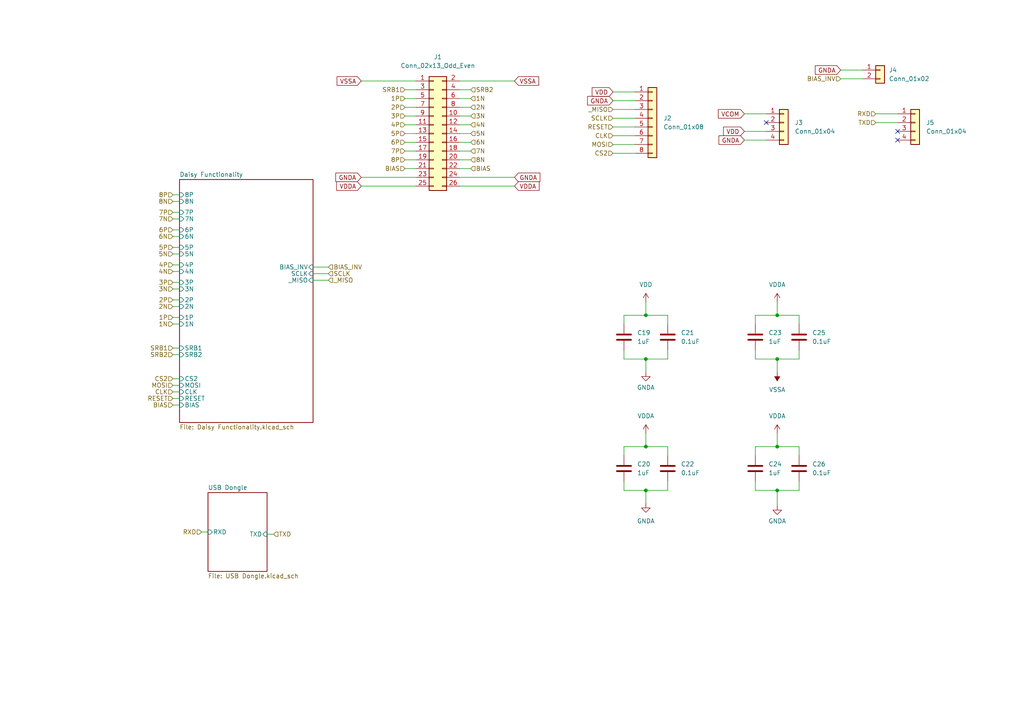
<source format=kicad_sch>
(kicad_sch (version 20211123) (generator eeschema)
  (paper "A4")
  (title_block (date "2023-01-05") (rev "A") (company "Brain-4ce"))
  (lib_symbols
    (symbol "Connector_Generic:Conn_01x02" (pin_names (offset 1.016) hide)
      (property "Reference" "J" (at 0 2.54 0))
      (property "Value" "Conn_01x02" (at 0 -5.08 0))
      (symbol "Conn_01x02_1_1"
        (rectangle (start -1.27 -2.413) (end 0 -2.667) (stroke (width 0.1524)))
        (rectangle (start -1.27 0.127) (end 0 -0.127) (stroke (width 0.1524)))
        (rectangle (start -1.27 1.27) (end 1.27 -3.81) (stroke (width 0.254)) (fill (type background)))
        (pin passive line (at -5.08 0 0) (length 3.81) (name "Pin_1") (number "1"))
        (pin passive line (at -5.08 -2.54 0) (length 3.81) (name "Pin_2") (number "2"))
      )
    )
    (symbol "Connector_Generic:Conn_01x04" (pin_names (offset 1.016) hide)
      (property "Reference" "J" (at 0 5.08 0))
      (property "Value" "Conn_01x04" (at 0 -7.62 0))
      (symbol "Conn_01x04_1_1"
        (rectangle (start -1.27 -4.953) (end 0 -5.207) (stroke (width 0.1524)))
        (rectangle (start -1.27 -2.413) (end 0 -2.667) (stroke (width 0.1524)))
        (rectangle (start -1.27 0.127) (end 0 -0.127) (stroke (width 0.1524)))
        (rectangle (start -1.27 2.667) (end 0 2.413) (stroke (width 0.1524)))
        (rectangle (start -1.27 3.81) (end 1.27 -6.35) (stroke (width 0.254)) (fill (type background)))
        (pin passive line (at -5.08 2.54 0) (length 3.81) (name "Pin_1") (number "1"))
        (pin passive line (at -5.08 0 0) (length 3.81) (name "Pin_2") (number "2"))
        (pin passive line (at -5.08 -2.54 0) (length 3.81) (name "Pin_3") (number "3"))
        (pin passive line (at -5.08 -5.08 0) (length 3.81) (name "Pin_4") (number "4"))
      )
    )
    (symbol "Connector_Generic:Conn_01x08" (pin_names (offset 1.016) hide)
      (property "Reference" "J" (at 0 10.16 0))
      (property "Value" "Conn_01x08" (at 0 -12.7 0))
      (symbol "Conn_01x08_1_1"
        (rectangle (start -1.27 -10.033) (end 0 -10.287) (stroke (width 0.1524)))
        (rectangle (start -1.27 -7.493) (end 0 -7.747) (stroke (width 0.1524)))
        (rectangle (start -1.27 -4.953) (end 0 -5.207) (stroke (width 0.1524)))
        (rectangle (start -1.27 -2.413) (end 0 -2.667) (stroke (width 0.1524)))
        (rectangle (start -1.27 0.127) (end 0 -0.127) (stroke (width 0.1524)))
        (rectangle (start -1.27 2.667) (end 0 2.413) (stroke (width 0.1524)))
        (rectangle (start -1.27 5.207) (end 0 4.953) (stroke (width 0.1524)))
        (rectangle (start -1.27 7.747) (end 0 7.493) (stroke (width 0.1524)))
        (rectangle (start -1.27 8.89) (end 1.27 -11.43) (stroke (width 0.254)) (fill (type background)))
        (pin passive line (at -5.08 7.62 0) (length 3.81) (name "Pin_1") (number "1"))
        (pin passive line (at -5.08 5.08 0) (length 3.81) (name "Pin_2") (number "2"))
        (pin passive line (at -5.08 2.54 0) (length 3.81) (name "Pin_3") (number "3"))
        (pin passive line (at -5.08 0 0) (length 3.81) (name "Pin_4") (number "4"))
        (pin passive line (at -5.08 -2.54 0) (length 3.81) (name "Pin_5") (number "5"))
        (pin passive line (at -5.08 -5.08 0) (length 3.81) (name "Pin_6") (number "6"))
        (pin passive line (at -5.08 -7.62 0) (length 3.81) (name "Pin_7") (number "7"))
        (pin passive line (at -5.08 -10.16 0) (length 3.81) (name "Pin_8") (number "8"))
      )
    )
    (symbol "Connector_Generic:Conn_02x13_Odd_Even" (pin_names (offset 1.016) hide)
      (property "Reference" "J" (at 1.27 17.78 0))
      (property "Value" "Conn_02x13_Odd_Even" (at 1.27 -17.78 0))
      (symbol "Conn_02x13_Odd_Even_1_1"
        (rectangle (start -1.27 -15.113) (end 0 -15.367) (stroke (width 0.1524)))
        (rectangle (start -1.27 -12.573) (end 0 -12.827) (stroke (width 0.1524)))
        (rectangle (start -1.27 -10.033) (end 0 -10.287) (stroke (width 0.1524)))
        (rectangle (start -1.27 -7.493) (end 0 -7.747) (stroke (width 0.1524)))
        (rectangle (start -1.27 -4.953) (end 0 -5.207) (stroke (width 0.1524)))
        (rectangle (start -1.27 -2.413) (end 0 -2.667) (stroke (width 0.1524)))
        (rectangle (start -1.27 0.127) (end 0 -0.127) (stroke (width 0.1524)))
        (rectangle (start -1.27 2.667) (end 0 2.413) (stroke (width 0.1524)))
        (rectangle (start -1.27 5.207) (end 0 4.953) (stroke (width 0.1524)))
        (rectangle (start -1.27 7.747) (end 0 7.493) (stroke (width 0.1524)))
        (rectangle (start -1.27 10.287) (end 0 10.033) (stroke (width 0.1524)))
        (rectangle (start -1.27 12.827) (end 0 12.573) (stroke (width 0.1524)))
        (rectangle (start -1.27 15.367) (end 0 15.113) (stroke (width 0.1524)))
        (rectangle (start -1.27 16.51) (end 3.81 -16.51) (stroke (width 0.254)) (fill (type background)))
        (rectangle (start 3.81 -15.113) (end 2.54 -15.367) (stroke (width 0.1524)))
        (rectangle (start 3.81 -12.573) (end 2.54 -12.827) (stroke (width 0.1524)))
        (rectangle (start 3.81 -10.033) (end 2.54 -10.287) (stroke (width 0.1524)))
        (rectangle (start 3.81 -7.493) (end 2.54 -7.747) (stroke (width 0.1524)))
        (rectangle (start 3.81 -4.953) (end 2.54 -5.207) (stroke (width 0.1524)))
        (rectangle (start 3.81 -2.413) (end 2.54 -2.667) (stroke (width 0.1524)))
        (rectangle (start 3.81 0.127) (end 2.54 -0.127) (stroke (width 0.1524)))
        (rectangle (start 3.81 2.667) (end 2.54 2.413) (stroke (width 0.1524)))
        (rectangle (start 3.81 5.207) (end 2.54 4.953) (stroke (width 0.1524)))
        (rectangle (start 3.81 7.747) (end 2.54 7.493) (stroke (width 0.1524)))
        (rectangle (start 3.81 10.287) (end 2.54 10.033) (stroke (width 0.1524)))
        (rectangle (start 3.81 12.827) (end 2.54 12.573) (stroke (width 0.1524)))
        (rectangle (start 3.81 15.367) (end 2.54 15.113) (stroke (width 0.1524)))
        (pin passive line (at -5.08 15.24 0) (length 3.81) (name "Pin_1") (number "1"))
        (pin passive line (at 7.62 5.08 180) (length 3.81) (name "Pin_10") (number "10"))
        (pin passive line (at -5.08 2.54 0) (length 3.81) (name "Pin_11") (number "11"))
        (pin passive line (at 7.62 2.54 180) (length 3.81) (name "Pin_12") (number "12"))
        (pin passive line (at -5.08 0 0) (length 3.81) (name "Pin_13") (number "13"))
        (pin passive line (at 7.62 0 180) (length 3.81) (name "Pin_14") (number "14"))
        (pin passive line (at -5.08 -2.54 0) (length 3.81) (name "Pin_15") (number "15"))
        (pin passive line (at 7.62 -2.54 180) (length 3.81) (name "Pin_16") (number "16"))
        (pin passive line (at -5.08 -5.08 0) (length 3.81) (name "Pin_17") (number "17"))
        (pin passive line (at 7.62 -5.08 180) (length 3.81) (name "Pin_18") (number "18"))
        (pin passive line (at -5.08 -7.62 0) (length 3.81) (name "Pin_19") (number "19"))
        (pin passive line (at 7.62 15.24 180) (length 3.81) (name "Pin_2") (number "2"))
        (pin passive line (at 7.62 -7.62 180) (length 3.81) (name "Pin_20") (number "20"))
        (pin passive line (at -5.08 -10.16 0) (length 3.81) (name "Pin_21") (number "21"))
        (pin passive line (at 7.62 -10.16 180) (length 3.81) (name "Pin_22") (number "22"))
        (pin passive line (at -5.08 -12.7 0) (length 3.81) (name "Pin_23") (number "23"))
        (pin passive line (at 7.62 -12.7 180) (length 3.81) (name "Pin_24") (number "24"))
        (pin passive line (at -5.08 -15.24 0) (length 3.81) (name "Pin_25") (number "25"))
        (pin passive line (at 7.62 -15.24 180) (length 3.81) (name "Pin_26") (number "26"))
        (pin passive line (at -5.08 12.7 0) (length 3.81) (name "Pin_3") (number "3"))
        (pin passive line (at 7.62 12.7 180) (length 3.81) (name "Pin_4") (number "4"))
        (pin passive line (at -5.08 10.16 0) (length 3.81) (name "Pin_5") (number "5"))
        (pin passive line (at 7.62 10.16 180) (length 3.81) (name "Pin_6") (number "6"))
        (pin passive line (at -5.08 7.62 0) (length 3.81) (name "Pin_7") (number "7"))
        (pin passive line (at 7.62 7.62 180) (length 3.81) (name "Pin_8") (number "8"))
        (pin passive line (at -5.08 5.08 0) (length 3.81) (name "Pin_9") (number "9"))
      )
    )
    (symbol "Device:C" (pin_numbers hide) (pin_names (offset 0.254))
      (property "Reference" "C" (at 0.635 2.54 0))
      (property "Value" "C" (at 0.635 -2.54 0))
      (symbol "C_0_1"
        (polyline (pts (xy -2.032 -0.762) (xy 2.032 -0.762)) (stroke (width 0.508)))
        (polyline (pts (xy -2.032 0.762) (xy 2.032 0.762)) (stroke (width 0.508)))
      )
      (symbol "C_1_1"
        (pin passive line (at 0 3.81 270) (length 2.794) (name "~") (number "1"))
        (pin passive line (at 0 -3.81 90) (length 2.794) (name "~") (number "2"))
      )
    )
    (symbol "power:GNDA" (power) (pin_names (offset 0))
      (property "Value" "GNDA" (at 0 -3.81 0))
      (symbol "GNDA_0_1"
        (polyline (pts (xy 0 0) (xy 0 -1.27) (xy 1.27 -1.27) (xy 0 -2.54) (xy -1.27 -1.27) (xy 0 -1.27)))
      )
      (symbol "GNDA_1_1"
        (pin power_in line (at 0 0 270) (length 0) hide (name "GNDA") (number "1"))
      )
    )
    (symbol "power:VDD" (power) (pin_names (offset 0))
      (property "Value" "VDD" (at 0 3.81 0))
      (symbol "VDD_0_1"
        (polyline (pts (xy -0.762 1.27) (xy 0 2.54)))
        (polyline (pts (xy 0 0) (xy 0 2.54)))
        (polyline (pts (xy 0 2.54) (xy 0.762 1.27)))
      )
      (symbol "VDD_1_1"
        (pin power_in line (at 0 0 90) (length 0) hide (name "VDD") (number "1"))
      )
    )
    (symbol "power:VDDA" (power) (pin_names (offset 0))
      (property "Value" "VDDA" (at 0 3.81 0))
      (symbol "VDDA_0_1"
        (polyline (pts (xy -0.762 1.27) (xy 0 2.54)))
        (polyline (pts (xy 0 0) (xy 0 2.54)))
        (polyline (pts (xy 0 2.54) (xy 0.762 1.27)))
      )
      (symbol "VDDA_1_1"
        (pin power_in line (at 0 0 90) (length 0) hide (name "VDDA") (number "1"))
      )
    )
    (symbol "power:VSSA" (power) (pin_names (offset 0))
      (property "Value" "VSSA" (at 0 3.81 0))
      (symbol "VSSA_0_1"
        (polyline (pts (xy 0 0) (xy 0 2.54)))
        (polyline (pts (xy 0.762 1.27) (xy -0.762 1.27) (xy 0 2.54) (xy 0.762 1.27)) (fill (type outline)))
      )
      (symbol "VSSA_1_1"
        (pin power_in line (at 0 0 90) (length 0) hide (name "VSSA") (number "1"))
      )
    )
  )
  (junction (at 225.425 129.54))
  (junction (at 187.325 104.14))
  (junction (at 225.425 104.14))
  (junction (at 225.425 142.24))
  (junction (at 225.425 91.44))
  (junction (at 187.325 91.44))
  (junction (at 187.325 129.54))
  (junction (at 187.325 142.24))
  (no_connect (at 222.25 35.56))
  (no_connect (at 260.35 40.64))
  (no_connect (at 260.35 38.1))
  (wire (pts (xy 180.975 142.24) (xy 187.325 142.24)))
  (wire (pts (xy 136.525 31.115) (xy 133.35 31.115)))
  (wire (pts (xy 243.84 20.32) (xy 250.19 20.32)))
  (wire (pts (xy 193.675 142.24) (xy 193.675 139.7)))
  (wire (pts (xy 225.425 104.14) (xy 231.775 104.14)))
  (wire (pts (xy 225.425 91.44) (xy 231.775 91.44)))
  (wire (pts (xy 177.8 39.37) (xy 184.15 39.37)))
  (wire (pts (xy 50.165 93.98) (xy 52.07 93.98)))
  (wire (pts (xy 219.075 104.14) (xy 225.425 104.14)))
  (wire (pts (xy 50.165 76.835) (xy 52.07 76.835)))
  (wire (pts (xy 177.8 44.45) (xy 184.15 44.45)))
  (wire (pts (xy 180.975 101.6) (xy 180.975 104.14)))
  (wire (pts (xy 180.975 139.7) (xy 180.975 142.24)))
  (wire (pts (xy 219.075 91.44) (xy 225.425 91.44)))
  (wire (pts (xy 225.425 129.54) (xy 231.775 129.54)))
  (wire (pts (xy 149.225 53.975) (xy 133.35 53.975)))
  (wire (pts (xy 120.65 51.435) (xy 104.775 51.435)))
  (wire (pts (xy 219.075 142.24) (xy 225.425 142.24)))
  (wire (pts (xy 187.325 142.24) (xy 193.675 142.24)))
  (wire (pts (xy 136.525 43.815) (xy 133.35 43.815)))
  (wire (pts (xy 231.775 142.24) (xy 231.775 139.7)))
  (wire (pts (xy 136.525 46.355) (xy 133.35 46.355)))
  (wire (pts (xy 177.8 26.67) (xy 184.15 26.67)))
  (wire (pts (xy 187.325 87.63) (xy 187.325 91.44)))
  (wire (pts (xy 180.975 91.44) (xy 187.325 91.44)))
  (wire (pts (xy 149.225 51.435) (xy 133.35 51.435)))
  (wire (pts (xy 180.975 132.08) (xy 180.975 129.54)))
  (wire (pts (xy 50.165 109.855) (xy 52.07 109.855)))
  (wire (pts (xy 117.475 38.735) (xy 120.65 38.735)))
  (wire (pts (xy 219.075 139.7) (xy 219.075 142.24)))
  (wire (pts (xy 50.165 88.9) (xy 52.07 88.9)))
  (wire (pts (xy 117.475 41.275) (xy 120.65 41.275)))
  (wire (pts (xy 77.47 154.94) (xy 79.375 154.94)))
  (wire (pts (xy 225.425 142.24) (xy 231.775 142.24)))
  (wire (pts (xy 117.475 46.355) (xy 120.65 46.355)))
  (wire (pts (xy 187.325 125.73) (xy 187.325 129.54)))
  (wire (pts (xy 117.475 36.195) (xy 120.65 36.195)))
  (wire (pts (xy 50.165 81.915) (xy 52.07 81.915)))
  (wire (pts (xy 117.475 33.655) (xy 120.65 33.655)))
  (wire (pts (xy 50.165 66.675) (xy 52.07 66.675)))
  (wire (pts (xy 117.475 26.035) (xy 120.65 26.035)))
  (wire (pts (xy 187.325 142.24) (xy 187.325 146.05)))
  (wire (pts (xy 50.165 61.595) (xy 52.07 61.595)))
  (wire (pts (xy 180.975 129.54) (xy 187.325 129.54)))
  (wire (pts (xy 219.075 101.6) (xy 219.075 104.14)))
  (wire (pts (xy 215.9 33.02) (xy 222.25 33.02)))
  (wire (pts (xy 136.525 36.195) (xy 133.35 36.195)))
  (wire (pts (xy 149.225 23.495) (xy 133.35 23.495)))
  (wire (pts (xy 58.42 154.305) (xy 60.325 154.305)))
  (wire (pts (xy 219.075 93.98) (xy 219.075 91.44)))
  (wire (pts (xy 117.475 31.115) (xy 120.65 31.115)))
  (wire (pts (xy 225.425 87.63) (xy 225.425 91.44)))
  (wire (pts (xy 193.675 91.44) (xy 193.675 93.98)))
  (wire (pts (xy 180.975 93.98) (xy 180.975 91.44)))
  (wire (pts (xy 136.525 33.655) (xy 133.35 33.655)))
  (wire (pts (xy 50.165 83.82) (xy 52.07 83.82)))
  (wire (pts (xy 120.65 53.975) (xy 104.775 53.975)))
  (wire (pts (xy 117.475 48.895) (xy 120.65 48.895)))
  (wire (pts (xy 136.525 48.895) (xy 133.35 48.895)))
  (wire (pts (xy 50.165 115.57) (xy 52.07 115.57)))
  (wire (pts (xy 50.165 78.74) (xy 52.07 78.74)))
  (wire (pts (xy 187.325 91.44) (xy 193.675 91.44)))
  (wire (pts (xy 177.8 31.75) (xy 184.15 31.75)))
  (wire (pts (xy 50.165 63.5) (xy 52.07 63.5)))
  (wire (pts (xy 136.525 41.275) (xy 133.35 41.275)))
  (wire (pts (xy 193.675 129.54) (xy 193.675 132.08)))
  (wire (pts (xy 254 33.02) (xy 260.35 33.02)))
  (wire (pts (xy 187.325 104.14) (xy 187.325 107.95)))
  (wire (pts (xy 225.425 125.73) (xy 225.425 129.54)))
  (wire (pts (xy 90.805 81.28) (xy 95.25 81.28)))
  (wire (pts (xy 177.8 29.21) (xy 184.15 29.21)))
  (wire (pts (xy 177.8 36.83) (xy 184.15 36.83)))
  (wire (pts (xy 50.165 111.76) (xy 52.07 111.76)))
  (wire (pts (xy 50.165 56.515) (xy 52.07 56.515)))
  (wire (pts (xy 136.525 26.035) (xy 133.35 26.035)))
  (wire (pts (xy 90.805 77.47) (xy 95.25 77.47)))
  (wire (pts (xy 50.165 102.87) (xy 52.07 102.87)))
  (wire (pts (xy 243.84 22.86) (xy 250.19 22.86)))
  (wire (pts (xy 50.165 71.755) (xy 52.07 71.755)))
  (wire (pts (xy 225.425 142.24) (xy 225.425 146.685)))
  (wire (pts (xy 225.425 104.14) (xy 225.425 107.95)))
  (wire (pts (xy 136.525 28.575) (xy 133.35 28.575)))
  (wire (pts (xy 231.775 91.44) (xy 231.775 93.98)))
  (wire (pts (xy 50.165 92.075) (xy 52.07 92.075)))
  (wire (pts (xy 215.9 38.1) (xy 222.25 38.1)))
  (wire (pts (xy 177.8 34.29) (xy 184.15 34.29)))
  (wire (pts (xy 117.475 28.575) (xy 120.65 28.575)))
  (wire (pts (xy 187.325 129.54) (xy 193.675 129.54)))
  (wire (pts (xy 219.075 132.08) (xy 219.075 129.54)))
  (wire (pts (xy 50.165 100.965) (xy 52.07 100.965)))
  (wire (pts (xy 215.9 40.64) (xy 222.25 40.64)))
  (wire (pts (xy 50.165 86.995) (xy 52.07 86.995)))
  (wire (pts (xy 50.165 73.66) (xy 52.07 73.66)))
  (wire (pts (xy 50.165 117.475) (xy 52.07 117.475)))
  (wire (pts (xy 90.805 79.375) (xy 95.25 79.375)))
  (wire (pts (xy 187.325 104.14) (xy 193.675 104.14)))
  (wire (pts (xy 193.675 104.14) (xy 193.675 101.6)))
  (wire (pts (xy 254 35.56) (xy 260.35 35.56)))
  (wire (pts (xy 177.8 41.91) (xy 184.15 41.91)))
  (wire (pts (xy 50.165 58.42) (xy 52.07 58.42)))
  (wire (pts (xy 117.475 43.815) (xy 120.65 43.815)))
  (wire (pts (xy 219.075 129.54) (xy 225.425 129.54)))
  (wire (pts (xy 136.525 38.735) (xy 133.35 38.735)))
  (wire (pts (xy 104.775 23.495) (xy 120.65 23.495)))
  (wire (pts (xy 231.775 129.54) (xy 231.775 132.08)))
  (wire (pts (xy 231.775 104.14) (xy 231.775 101.6)))
  (wire (pts (xy 50.165 68.58) (xy 52.07 68.58)))
  (wire (pts (xy 180.975 104.14) (xy 187.325 104.14)))
  (wire (pts (xy 50.165 113.665) (xy 52.07 113.665)))
  (global_label "GNDA" (shape input) (at 215.9 40.64 180) (property "Intersheet References" "${INTERSHEET_REFS}" (effects hide)))
  (global_label "VSSA" (shape input) (at 149.225 23.495 0) (property "Intersheet References" "${INTERSHEET_REFS}" (effects hide)))
  (global_label "VDDA" (shape input) (at 149.225 53.975 0) (property "Intersheet References" "${INTERSHEET_REFS}" (effects hide)))
  (global_label "GNDA" (shape input) (at 149.225 51.435 0) (property "Intersheet References" "${INTERSHEET_REFS}" (effects hide)))
  (global_label "VDDA" (shape input) (at 104.775 53.975 180) (property "Intersheet References" "${INTERSHEET_REFS}" (effects hide)))
  (global_label "VDD" (shape input) (at 215.9 38.1 180) (property "Intersheet References" "${INTERSHEET_REFS}" (effects hide)))
  (global_label "GNDA" (shape input) (at 104.775 51.435 180) (property "Intersheet References" "${INTERSHEET_REFS}" (effects hide)))
  (global_label "VSSA" (shape input) (at 104.775 23.495 180) (property "Intersheet References" "${INTERSHEET_REFS}" (effects hide)))
  (global_label "GNDA" (shape input) (at 177.8 29.21 180) (property "Intersheet References" "${INTERSHEET_REFS}" (effects hide)))
  (global_label "VCOM" (shape input) (at 215.9 33.02 180) (property "Intersheet References" "${INTERSHEET_REFS}" (effects hide)))
  (global_label "VDD" (shape input) (at 177.8 26.67 180) (property "Intersheet References" "${INTERSHEET_REFS}" (effects hide)))
  (global_label "GNDA" (shape input) (at 243.84 20.32 180) (property "Intersheet References" "${INTERSHEET_REFS}" (effects hide)))
  (hierarchical_label "RXD" (shape input) (at 254 33.02 180))
  (hierarchical_label "RESET" (shape input) (at 50.165 115.57 180))
  (hierarchical_label "2N" (shape input) (at 136.525 31.115 0))
  (hierarchical_label "MOSI" (shape input) (at 50.165 111.76 180))
  (hierarchical_label "_MISO" (shape input) (at 95.25 81.28 0))
  (hierarchical_label "RXD" (shape input) (at 58.42 154.305 180))
  (hierarchical_label "BIAS" (shape input) (at 117.475 48.895 180))
  (hierarchical_label "8N" (shape input) (at 136.525 46.355 0))
  (hierarchical_label "7P" (shape input) (at 50.165 61.595 180))
  (hierarchical_label "1P" (shape input) (at 117.475 28.575 180))
  (hierarchical_label "6N" (shape input) (at 50.165 68.58 180))
  (hierarchical_label "SRB1" (shape input) (at 50.165 100.965 180))
  (hierarchical_label "5P" (shape input) (at 50.165 71.755 180))
  (hierarchical_label "BIAS_INV" (shape input) (at 95.25 77.47 0))
  (hierarchical_label "5N" (shape input) (at 50.165 73.66 180))
  (hierarchical_label "_MISO" (shape input) (at 177.8 31.75 180))
  (hierarchical_label "CS2" (shape input) (at 50.165 109.855 180))
  (hierarchical_label "2P" (shape input) (at 50.165 86.995 180))
  (hierarchical_label "CLK" (shape input) (at 50.165 113.665 180))
  (hierarchical_label "4P" (shape input) (at 117.475 36.195 180))
  (hierarchical_label "CS2" (shape input) (at 177.8 44.45 180))
  (hierarchical_label "1N" (shape input) (at 136.525 28.575 0))
  (hierarchical_label "6N" (shape input) (at 136.525 41.275 0))
  (hierarchical_label "6P" (shape input) (at 117.475 41.275 180))
  (hierarchical_label "1P" (shape input) (at 50.165 92.075 180))
  (hierarchical_label "BIAS_INV" (shape input) (at 243.84 22.86 180))
  (hierarchical_label "TXD" (shape input) (at 79.375 154.94 0))
  (hierarchical_label "7P" (shape input) (at 117.475 43.815 180))
  (hierarchical_label "8P" (shape input) (at 117.475 46.355 180))
  (hierarchical_label "MOSI" (shape input) (at 177.8 41.91 180))
  (hierarchical_label "5P" (shape input) (at 117.475 38.735 180))
  (hierarchical_label "CLK" (shape input) (at 177.8 39.37 180))
  (hierarchical_label "BIAS" (shape input) (at 50.165 117.475 180))
  (hierarchical_label "4N" (shape input) (at 50.165 78.74 180))
  (hierarchical_label "4P" (shape input) (at 50.165 76.835 180))
  (hierarchical_label "SCLK" (shape input) (at 95.25 79.375 0))
  (hierarchical_label "TXD" (shape input) (at 254 35.56 180))
  (hierarchical_label "3N" (shape input) (at 136.525 33.655 0))
  (hierarchical_label "5N" (shape input) (at 136.525 38.735 0))
  (hierarchical_label "SRB2" (shape input) (at 50.165 102.87 180))
  (hierarchical_label "2N" (shape input) (at 50.165 88.9 180))
  (hierarchical_label "6P" (shape input) (at 50.165 66.675 180))
  (hierarchical_label "1N" (shape input) (at 50.165 93.98 180))
  (hierarchical_label "SCLK" (shape input) (at 177.8 34.29 180))
  (hierarchical_label "2P" (shape input) (at 117.475 31.115 180))
  (hierarchical_label "8N" (shape input) (at 50.165 58.42 180))
  (hierarchical_label "SRB2" (shape input) (at 136.525 26.035 0))
  (hierarchical_label "RESET" (shape input) (at 177.8 36.83 180))
  (hierarchical_label "BIAS" (shape input) (at 136.525 48.895 0))
  (hierarchical_label "3P" (shape input) (at 50.165 81.915 180))
  (hierarchical_label "3P" (shape input) (at 117.475 33.655 180))
  (hierarchical_label "3N" (shape input) (at 50.165 83.82 180))
  (hierarchical_label "7N" (shape input) (at 136.525 43.815 0))
  (hierarchical_label "SRB1" (shape input) (at 117.475 26.035 180))
  (hierarchical_label "7N" (shape input) (at 50.165 63.5 180))
  (hierarchical_label "4N" (shape input) (at 136.525 36.195 0))
  (hierarchical_label "8P" (shape input) (at 50.165 56.515 180))
  (symbol (lib_id "power:GNDA") (at 187.325 146.05 0) (unit 1)
    (property "Reference" "#PWR04" (effects hide))
    (property "Value" "GNDA" (at 187.325 151.13 0))
  )
  (symbol (lib_id "power:GNDA") (at 225.425 146.685 0) (unit 1)
    (property "Reference" "#PWR08" (effects hide))
    (property "Value" "GNDA" (at 225.425 151.13 0))
  )
  (symbol (lib_id "power:VDDA") (at 187.325 125.73 0) (unit 1)
    (property "Reference" "#PWR03" (effects hide))
    (property "Value" "VDDA" (at 187.325 120.65 0))
  )
  (symbol (lib_id "Connector_Generic:Conn_01x02") (at 255.27 20.32 0) (unit 1)
    (property "Reference" "J4" (at 257.81 20.3199 0) (effects (justify left)))
    (property "Value" "Conn_01x02" (at 257.81 22.8599 0) (effects (justify left)))
    (property "Footprint" "Connector_PinSocket_2.54mm:PinSocket_1x02_P2.54mm_Vertical" (effects hide))
  )
  (symbol (lib_id "power:VDD") (at 187.325 87.63 0) (unit 1)
    (property "Reference" "#PWR01" (effects hide))
    (property "Value" "VDD" (at 187.325 82.55 0))
  )
  (symbol (lib_id "Device:C") (at 193.675 135.89 0) (unit 1)
    (property "Reference" "C22" (at 197.485 134.6199 0) (effects (justify left)))
    (property "Value" "0.1uF" (at 197.485 137.1599 0) (effects (justify left)))
    (property "Footprint" "Capacitor_SMD:C_0402_1005Metric" (effects hide))
  )
  (symbol (lib_id "Connector_Generic:Conn_01x08") (at 189.23 34.29 0) (unit 1)
    (property "Reference" "J2" (at 192.405 34.2899 0) (effects (justify left)))
    (property "Value" "Conn_01x08" (at 192.405 36.8299 0) (effects (justify left)))
    (property "Footprint" "Connector_PinSocket_2.54mm:PinSocket_1x08_P2.54mm_Vertical" (effects hide))
  )
  (symbol (lib_id "Device:C") (at 231.775 135.89 0) (unit 1)
    (property "Reference" "C26" (at 235.585 134.6199 0) (effects (justify left)))
    (property "Value" "0.1uF" (at 235.585 137.1599 0) (effects (justify left)))
    (property "Footprint" "Capacitor_SMD:C_0402_1005Metric" (effects hide))
  )
  (symbol (lib_id "power:GNDA") (at 187.325 107.95 0) (unit 1)
    (property "Reference" "#PWR02" (effects hide))
    (property "Value" "GNDA" (at 187.325 112.395 0))
  )
  (symbol (lib_id "Device:C") (at 219.075 97.79 0) (unit 1)
    (property "Reference" "C23" (at 222.885 96.5199 0) (effects (justify left)))
    (property "Value" "1uF" (at 222.885 99.0599 0) (effects (justify left)))
    (property "Footprint" "Capacitor_SMD:C_0402_1005Metric" (effects hide))
  )
  (symbol (lib_id "Device:C") (at 193.675 97.79 0) (unit 1)
    (property "Reference" "C21" (at 197.485 96.5199 0) (effects (justify left)))
    (property "Value" "0.1uF" (at 197.485 99.0599 0) (effects (justify left)))
    (property "Footprint" "Capacitor_SMD:C_0402_1005Metric" (effects hide))
  )
  (symbol (lib_id "power:VDDA") (at 225.425 87.63 0) (unit 1)
    (property "Reference" "#PWR05" (effects hide))
    (property "Value" "VDDA" (at 225.425 82.55 0))
  )
  (symbol (lib_id "power:VDDA") (at 225.425 125.73 0) (unit 1)
    (property "Reference" "#PWR07" (effects hide))
    (property "Value" "VDDA" (at 225.425 120.65 0))
  )
  (symbol (lib_id "Device:C") (at 180.975 97.79 0) (unit 1)
    (property "Reference" "C19" (at 184.785 96.5199 0) (effects (justify left)))
    (property "Value" "1uF" (at 184.785 99.0599 0) (effects (justify left)))
    (property "Footprint" "Capacitor_SMD:C_0402_1005Metric" (effects hide))
  )
  (symbol (lib_id "Connector_Generic:Conn_02x13_Odd_Even") (at 125.73 38.735 0) (unit 1)
    (property "Reference" "J1" (at 127 16.51 0))
    (property "Value" "Conn_02x13_Odd_Even" (at 127 19.05 0))
    (property "Footprint" "Connector_PinHeader_2.54mm:PinHeader_2x13_P2.54mm_Horizontal" (effects hide))
  )
  (symbol (lib_id "Device:C") (at 219.075 135.89 0) (unit 1)
    (property "Reference" "C24" (at 222.885 134.6199 0) (effects (justify left)))
    (property "Value" "1uF" (at 222.885 137.1599 0) (effects (justify left)))
    (property "Footprint" "Capacitor_SMD:C_0402_1005Metric" (effects hide))
  )
  (symbol (lib_id "power:VSSA") (at 225.425 107.95 180) (unit 1)
    (property "Reference" "#PWR06" (effects hide))
    (property "Value" "VSSA" (at 225.425 113.03 0))
  )
  (symbol (lib_id "Device:C") (at 231.775 97.79 0) (unit 1)
    (property "Reference" "C25" (at 235.585 96.5199 0) (effects (justify left)))
    (property "Value" "0.1uF" (at 235.585 99.0599 0) (effects (justify left)))
    (property "Footprint" "Capacitor_SMD:C_0402_1005Metric" (effects hide))
  )
  (symbol (lib_id "Device:C") (at 180.975 135.89 0) (unit 1)
    (property "Reference" "C20" (at 184.785 134.6199 0) (effects (justify left)))
    (property "Value" "1uF" (at 184.785 137.1599 0) (effects (justify left)))
    (property "Footprint" "Capacitor_SMD:C_0402_1005Metric" (effects hide))
  )
  (symbol (lib_id "Connector_Generic:Conn_01x04") (at 265.43 35.56 0) (unit 1)
    (property "Reference" "J5" (at 268.605 35.5599 0) (effects (justify left)))
    (property "Value" "Conn_01x04" (at 268.605 38.0999 0) (effects (justify left)))
    (property "Footprint" "Connector_PinSocket_2.54mm:PinSocket_1x04_P2.54mm_Vertical" (effects hide))
  )
  (symbol (lib_id "Connector_Generic:Conn_01x04") (at 227.33 35.56 0) (unit 1)
    (property "Reference" "J3" (at 230.505 35.5599 0) (effects (justify left)))
    (property "Value" "Conn_01x04" (at 230.505 38.0999 0) (effects (justify left)))
    (property "Footprint" "Connector_PinSocket_2.54mm:PinSocket_1x04_P2.54mm_Vertical" (effects hide))
  )
  (sheet (at 52.07 52.07) (size 38.735 70.485) (stroke (width 0.1524))
    (property "Sheet name" "Daisy Functionality" (at 52.07 51.3584 0) (effects (justify left bottom)))
    (property "Sheet file" "Daisy Functionality.kicad_sch" (at 52.07 123.1396 0) (effects (justify left top)))
    (pin "BIAS" input (at 52.07 117.475 180))
    (pin "5N" input (at 52.07 73.66 180))
    (pin "7N" input (at 52.07 63.5 180))
    (pin "6N" input (at 52.07 68.58 180))
    (pin "7P" input (at 52.07 61.595 180))
    (pin "6P" input (at 52.07 66.675 180))
    (pin "4N" input (at 52.07 78.74 180))
    (pin "5P" input (at 52.07 71.755 180))
    (pin "8N" input (at 52.07 58.42 180))
    (pin "8P" input (at 52.07 56.515 180))
    (pin "3N" input (at 52.07 83.82 180))
    (pin "1P" input (at 52.07 92.075 180))
    (pin "SRB2" input (at 52.07 102.87 180))
    (pin "1N" input (at 52.07 93.98 180))
    (pin "2N" input (at 52.07 88.9 180))
    (pin "SRB1" input (at 52.07 100.965 180))
    (pin "2P" input (at 52.07 86.995 180))
    (pin "3P" input (at 52.07 81.915 180))
    (pin "4P" input (at 52.07 76.835 180))
    (pin "BIAS_INV" input (at 90.805 77.47 0))
    (pin "MOSI" input (at 52.07 111.76 180))
    (pin "SCLK" input (at 90.805 79.375 0))
    (pin "CS2" input (at 52.07 109.855 180))
    (pin "_MISO" input (at 90.805 81.28 0))
    (pin "CLK" input (at 52.07 113.665 180))
    (pin "RESET" input (at 52.07 115.57 180))
  )
  (sheet (at 60.325 142.875) (size 17.145 22.86) (stroke (width 0.1524))
    (property "Sheet name" "USB Dongle" (at 60.325 142.1634 0) (effects (justify left bottom)))
    (property "Sheet file" "USB Dongle.kicad_sch" (at 60.325 166.3196 0) (effects (justify left top)))
    (pin "TXD" input (at 77.47 154.94 0))
    (pin "RXD" input (at 60.325 154.305 180))
  )
)
</source>
